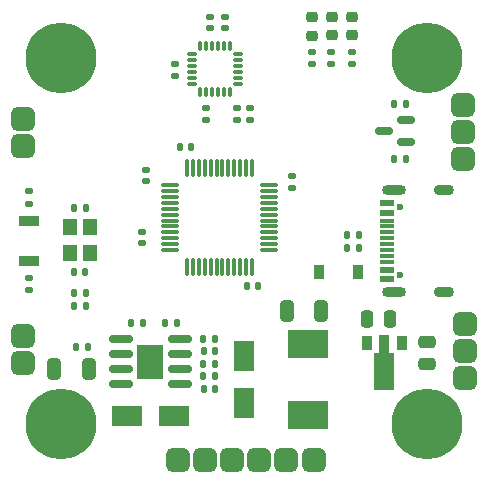
<source format=gbr>
%TF.GenerationSoftware,KiCad,Pcbnew,(6.0.0)*%
%TF.CreationDate,2022-08-29T11:56:51+07:00*%
%TF.ProjectId,FlightBit,466c6967-6874-4426-9974-2e6b69636164,rev?*%
%TF.SameCoordinates,Original*%
%TF.FileFunction,Soldermask,Top*%
%TF.FilePolarity,Negative*%
%FSLAX46Y46*%
G04 Gerber Fmt 4.6, Leading zero omitted, Abs format (unit mm)*
G04 Created by KiCad (PCBNEW (6.0.0)) date 2022-08-29 11:56:51*
%MOMM*%
%LPD*%
G01*
G04 APERTURE LIST*
G04 Aperture macros list*
%AMRoundRect*
0 Rectangle with rounded corners*
0 $1 Rounding radius*
0 $2 $3 $4 $5 $6 $7 $8 $9 X,Y pos of 4 corners*
0 Add a 4 corners polygon primitive as box body*
4,1,4,$2,$3,$4,$5,$6,$7,$8,$9,$2,$3,0*
0 Add four circle primitives for the rounded corners*
1,1,$1+$1,$2,$3*
1,1,$1+$1,$4,$5*
1,1,$1+$1,$6,$7*
1,1,$1+$1,$8,$9*
0 Add four rect primitives between the rounded corners*
20,1,$1+$1,$2,$3,$4,$5,0*
20,1,$1+$1,$4,$5,$6,$7,0*
20,1,$1+$1,$6,$7,$8,$9,0*
20,1,$1+$1,$8,$9,$2,$3,0*%
%AMFreePoly0*
4,1,9,3.862500,-0.866500,0.737500,-0.866500,0.737500,-0.450000,-0.737500,-0.450000,-0.737500,0.450000,0.737500,0.450000,0.737500,0.866500,3.862500,0.866500,3.862500,-0.866500,3.862500,-0.866500,$1*%
G04 Aperture macros list end*
%ADD10R,1.700000X0.900000*%
%ADD11RoundRect,0.500000X-0.500000X-0.500000X0.500000X-0.500000X0.500000X0.500000X-0.500000X0.500000X0*%
%ADD12RoundRect,0.140000X0.140000X0.170000X-0.140000X0.170000X-0.140000X-0.170000X0.140000X-0.170000X0*%
%ADD13RoundRect,0.500000X-0.500000X0.500000X-0.500000X-0.500000X0.500000X-0.500000X0.500000X0.500000X0*%
%ADD14RoundRect,0.218750X-0.256250X0.218750X-0.256250X-0.218750X0.256250X-0.218750X0.256250X0.218750X0*%
%ADD15RoundRect,0.140000X-0.170000X0.140000X-0.170000X-0.140000X0.170000X-0.140000X0.170000X0.140000X0*%
%ADD16RoundRect,0.135000X-0.185000X0.135000X-0.185000X-0.135000X0.185000X-0.135000X0.185000X0.135000X0*%
%ADD17C,0.600000*%
%ADD18R,1.160000X0.600000*%
%ADD19R,1.160000X0.300000*%
%ADD20O,2.000000X0.900000*%
%ADD21O,1.700000X0.900000*%
%ADD22RoundRect,0.250000X0.475000X-0.250000X0.475000X0.250000X-0.475000X0.250000X-0.475000X-0.250000X0*%
%ADD23RoundRect,0.150000X0.587500X0.150000X-0.587500X0.150000X-0.587500X-0.150000X0.587500X-0.150000X0*%
%ADD24RoundRect,0.135000X0.135000X0.185000X-0.135000X0.185000X-0.135000X-0.185000X0.135000X-0.185000X0*%
%ADD25RoundRect,0.135000X-0.135000X-0.185000X0.135000X-0.185000X0.135000X0.185000X-0.135000X0.185000X0*%
%ADD26C,6.000000*%
%ADD27RoundRect,0.135000X0.185000X-0.135000X0.185000X0.135000X-0.185000X0.135000X-0.185000X-0.135000X0*%
%ADD28RoundRect,0.250000X0.325000X0.650000X-0.325000X0.650000X-0.325000X-0.650000X0.325000X-0.650000X0*%
%ADD29RoundRect,0.140000X0.170000X-0.140000X0.170000X0.140000X-0.170000X0.140000X-0.170000X-0.140000X0*%
%ADD30RoundRect,0.140000X-0.140000X-0.170000X0.140000X-0.170000X0.140000X0.170000X-0.140000X0.170000X0*%
%ADD31RoundRect,0.500000X0.500000X0.500000X-0.500000X0.500000X-0.500000X-0.500000X0.500000X-0.500000X0*%
%ADD32R,0.900000X1.200000*%
%ADD33R,1.200000X1.400000*%
%ADD34R,0.900000X1.300000*%
%ADD35FreePoly0,270.000000*%
%ADD36RoundRect,0.250000X-0.250000X-0.475000X0.250000X-0.475000X0.250000X0.475000X-0.250000X0.475000X0*%
%ADD37R,2.500000X1.800000*%
%ADD38R,1.800000X2.500000*%
%ADD39RoundRect,0.150000X0.825000X0.150000X-0.825000X0.150000X-0.825000X-0.150000X0.825000X-0.150000X0*%
%ADD40R,2.290000X3.000000*%
%ADD41RoundRect,0.075000X-0.662500X-0.075000X0.662500X-0.075000X0.662500X0.075000X-0.662500X0.075000X0*%
%ADD42RoundRect,0.075000X-0.075000X-0.662500X0.075000X-0.662500X0.075000X0.662500X-0.075000X0.662500X0*%
%ADD43RoundRect,0.075000X0.350000X0.075000X-0.350000X0.075000X-0.350000X-0.075000X0.350000X-0.075000X0*%
%ADD44RoundRect,0.075000X-0.075000X0.350000X-0.075000X-0.350000X0.075000X-0.350000X0.075000X0.350000X0*%
%ADD45R,3.500000X2.350000*%
G04 APERTURE END LIST*
D10*
%TO.C,SW1*%
X121500000Y-95500000D03*
X121500000Y-98900000D03*
%TD*%
D11*
%TO.C,J3*%
X158400000Y-108772000D03*
X158400000Y-106486000D03*
X158400000Y-104200000D03*
%TD*%
D12*
%TO.C,C3*%
X140900000Y-101000000D03*
X139940000Y-101000000D03*
%TD*%
D13*
%TO.C,J4*%
X134068000Y-115700000D03*
X136354000Y-115700000D03*
X138640000Y-115700000D03*
X140926000Y-115700000D03*
X143258000Y-115700000D03*
X145558000Y-115700000D03*
%TD*%
D14*
%TO.C,D3*%
X145400000Y-78212500D03*
X145400000Y-79787500D03*
%TD*%
D15*
%TO.C,C4*%
X143700000Y-91720000D03*
X143700000Y-92680000D03*
%TD*%
D16*
%TO.C,R16*%
X147070000Y-81190000D03*
X147070000Y-82210000D03*
%TD*%
D17*
%TO.C,J2*%
X152875000Y-94310000D03*
X152875000Y-100090000D03*
D18*
X151815000Y-100400000D03*
X151815000Y-99600000D03*
D19*
X151815000Y-98450000D03*
X151815000Y-97450000D03*
X151815000Y-96950000D03*
X151815000Y-95950000D03*
D18*
X151815000Y-94800000D03*
X151815000Y-94000000D03*
X151815000Y-94000000D03*
X151815000Y-94800000D03*
D19*
X151815000Y-95450000D03*
X151815000Y-96450000D03*
X151815000Y-97950000D03*
X151815000Y-98950000D03*
D18*
X151815000Y-99600000D03*
X151815000Y-100400000D03*
D20*
X152395000Y-92880000D03*
X152395000Y-101520000D03*
D21*
X156565000Y-92880000D03*
X156565000Y-101520000D03*
%TD*%
D22*
%TO.C,C17*%
X155150000Y-107600000D03*
X155150000Y-105700000D03*
%TD*%
D23*
%TO.C,Q1*%
X153377500Y-88830000D03*
X153377500Y-86930000D03*
X151502500Y-87880000D03*
%TD*%
D14*
%TO.C,D5*%
X148800000Y-78200000D03*
X148800000Y-79775000D03*
%TD*%
D24*
%TO.C,R6*%
X153390000Y-85600000D03*
X152370000Y-85600000D03*
%TD*%
D25*
%TO.C,R14*%
X130140000Y-104100000D03*
X131160000Y-104100000D03*
%TD*%
%TO.C,R9*%
X136240000Y-107600000D03*
X137260000Y-107600000D03*
%TD*%
D26*
%TO.C,H2*%
X124200000Y-81700000D03*
%TD*%
D24*
%TO.C,R10*%
X137260000Y-108600000D03*
X136240000Y-108600000D03*
%TD*%
D27*
%TO.C,R2*%
X121500000Y-101310000D03*
X121500000Y-100290000D03*
%TD*%
D15*
%TO.C,C8*%
X138100000Y-78220000D03*
X138100000Y-79180000D03*
%TD*%
%TO.C,C11*%
X136450000Y-85950000D03*
X136450000Y-86910000D03*
%TD*%
D12*
%TO.C,C14*%
X137230000Y-109700000D03*
X136270000Y-109700000D03*
%TD*%
D14*
%TO.C,D4*%
X147100000Y-78200000D03*
X147100000Y-79775000D03*
%TD*%
D26*
%TO.C,H4*%
X124200000Y-112700000D03*
%TD*%
D25*
%TO.C,R11*%
X125440000Y-106200000D03*
X126460000Y-106200000D03*
%TD*%
D27*
%TO.C,R4*%
X139050000Y-86950000D03*
X139050000Y-85930000D03*
%TD*%
D25*
%TO.C,R19*%
X125290000Y-101600000D03*
X126310000Y-101600000D03*
%TD*%
D24*
%TO.C,R18*%
X126300000Y-102700000D03*
X125280000Y-102700000D03*
%TD*%
D15*
%TO.C,C10*%
X133800000Y-82220000D03*
X133800000Y-83180000D03*
%TD*%
D28*
%TO.C,C12*%
X126525000Y-108000000D03*
X123575000Y-108000000D03*
%TD*%
D29*
%TO.C,C9*%
X136800000Y-79180000D03*
X136800000Y-78220000D03*
%TD*%
D25*
%TO.C,R5*%
X152380000Y-90200000D03*
X153400000Y-90200000D03*
%TD*%
D26*
%TO.C,H3*%
X155200000Y-81700000D03*
%TD*%
D30*
%TO.C,C7*%
X125240000Y-99800000D03*
X126200000Y-99800000D03*
%TD*%
D24*
%TO.C,R8*%
X149410000Y-97800000D03*
X148390000Y-97800000D03*
%TD*%
D31*
%TO.C,J1*%
X158200000Y-85628000D03*
X158200000Y-87914000D03*
X158200000Y-90200000D03*
%TD*%
D32*
%TO.C,D6*%
X146050000Y-99800000D03*
X149350000Y-99800000D03*
%TD*%
D33*
%TO.C,Y1*%
X124970000Y-96000000D03*
X124970000Y-98200000D03*
X126670000Y-98200000D03*
X126670000Y-96000000D03*
%TD*%
D12*
%TO.C,C13*%
X137220000Y-106500000D03*
X136260000Y-106500000D03*
%TD*%
D24*
%TO.C,R7*%
X149410000Y-96700000D03*
X148390000Y-96700000D03*
%TD*%
D34*
%TO.C,U4*%
X153050000Y-105850000D03*
D35*
X151550000Y-105937500D03*
D34*
X150050000Y-105850000D03*
%TD*%
D36*
%TO.C,C16*%
X150100000Y-103800000D03*
X152000000Y-103800000D03*
%TD*%
D27*
%TO.C,R3*%
X140150000Y-86960000D03*
X140150000Y-85940000D03*
%TD*%
D16*
%TO.C,R15*%
X145400000Y-81190000D03*
X145400000Y-82210000D03*
%TD*%
D29*
%TO.C,C5*%
X131400000Y-92100000D03*
X131400000Y-91140000D03*
%TD*%
D16*
%TO.C,R17*%
X148800000Y-81190000D03*
X148800000Y-82210000D03*
%TD*%
D12*
%TO.C,C6*%
X126280000Y-94400000D03*
X125320000Y-94400000D03*
%TD*%
D37*
%TO.C,D1*%
X129750000Y-112000000D03*
X133750000Y-112000000D03*
%TD*%
D11*
%TO.C,J5*%
X121000000Y-89143000D03*
X121000000Y-86857000D03*
%TD*%
D28*
%TO.C,C15*%
X146225000Y-103100000D03*
X143275000Y-103100000D03*
%TD*%
D30*
%TO.C,C2*%
X134240000Y-89200000D03*
X135200000Y-89200000D03*
%TD*%
D38*
%TO.C,D2*%
X139650000Y-110900000D03*
X139650000Y-106900000D03*
%TD*%
D39*
%TO.C,U3*%
X134225000Y-109305000D03*
X134225000Y-108035000D03*
X134225000Y-106765000D03*
X134225000Y-105495000D03*
X129275000Y-105495000D03*
X129275000Y-106765000D03*
X129275000Y-108035000D03*
X129275000Y-109305000D03*
D40*
X131750000Y-107400000D03*
%TD*%
D16*
%TO.C,R1*%
X121500000Y-92990000D03*
X121500000Y-94010000D03*
%TD*%
D41*
%TO.C,U1*%
X133437500Y-92450000D03*
X133437500Y-92950000D03*
X133437500Y-93450000D03*
X133437500Y-93950000D03*
X133437500Y-94450000D03*
X133437500Y-94950000D03*
X133437500Y-95450000D03*
X133437500Y-95950000D03*
X133437500Y-96450000D03*
X133437500Y-96950000D03*
X133437500Y-97450000D03*
X133437500Y-97950000D03*
D42*
X134850000Y-99362500D03*
X135350000Y-99362500D03*
X135850000Y-99362500D03*
X136350000Y-99362500D03*
X136850000Y-99362500D03*
X137350000Y-99362500D03*
X137850000Y-99362500D03*
X138350000Y-99362500D03*
X138850000Y-99362500D03*
X139350000Y-99362500D03*
X139850000Y-99362500D03*
X140350000Y-99362500D03*
D41*
X141762500Y-97950000D03*
X141762500Y-97450000D03*
X141762500Y-96950000D03*
X141762500Y-96450000D03*
X141762500Y-95950000D03*
X141762500Y-95450000D03*
X141762500Y-94950000D03*
X141762500Y-94450000D03*
X141762500Y-93950000D03*
X141762500Y-93450000D03*
X141762500Y-92950000D03*
X141762500Y-92450000D03*
D42*
X140350000Y-91037500D03*
X139850000Y-91037500D03*
X139350000Y-91037500D03*
X138850000Y-91037500D03*
X138350000Y-91037500D03*
X137850000Y-91037500D03*
X137350000Y-91037500D03*
X136850000Y-91037500D03*
X136350000Y-91037500D03*
X135850000Y-91037500D03*
X135350000Y-91037500D03*
X134850000Y-91037500D03*
%TD*%
D43*
%TO.C,U2*%
X139150000Y-83850000D03*
X139150000Y-83350000D03*
X139150000Y-82850000D03*
X139150000Y-82350000D03*
X139150000Y-81850000D03*
X139150000Y-81350000D03*
D44*
X138450000Y-80650000D03*
X137950000Y-80650000D03*
X137450000Y-80650000D03*
X136950000Y-80650000D03*
X136450000Y-80650000D03*
X135950000Y-80650000D03*
D43*
X135250000Y-81350000D03*
X135250000Y-81850000D03*
X135250000Y-82350000D03*
X135250000Y-82850000D03*
X135250000Y-83350000D03*
X135250000Y-83850000D03*
D44*
X135950000Y-84550000D03*
X136450000Y-84550000D03*
X136950000Y-84550000D03*
X137450000Y-84550000D03*
X137950000Y-84550000D03*
X138450000Y-84550000D03*
%TD*%
D25*
%TO.C,R12*%
X136240000Y-105500000D03*
X137260000Y-105500000D03*
%TD*%
D26*
%TO.C,H1*%
X155200000Y-112700000D03*
%TD*%
D25*
%TO.C,R13*%
X132950000Y-104100000D03*
X133970000Y-104100000D03*
%TD*%
D31*
%TO.C,J6*%
X121000000Y-105200000D03*
X121000000Y-107486000D03*
%TD*%
D45*
%TO.C,L1*%
X145050000Y-111930000D03*
X145050000Y-105870000D03*
%TD*%
D29*
%TO.C,C1*%
X131000000Y-97380000D03*
X131000000Y-96420000D03*
%TD*%
M02*

</source>
